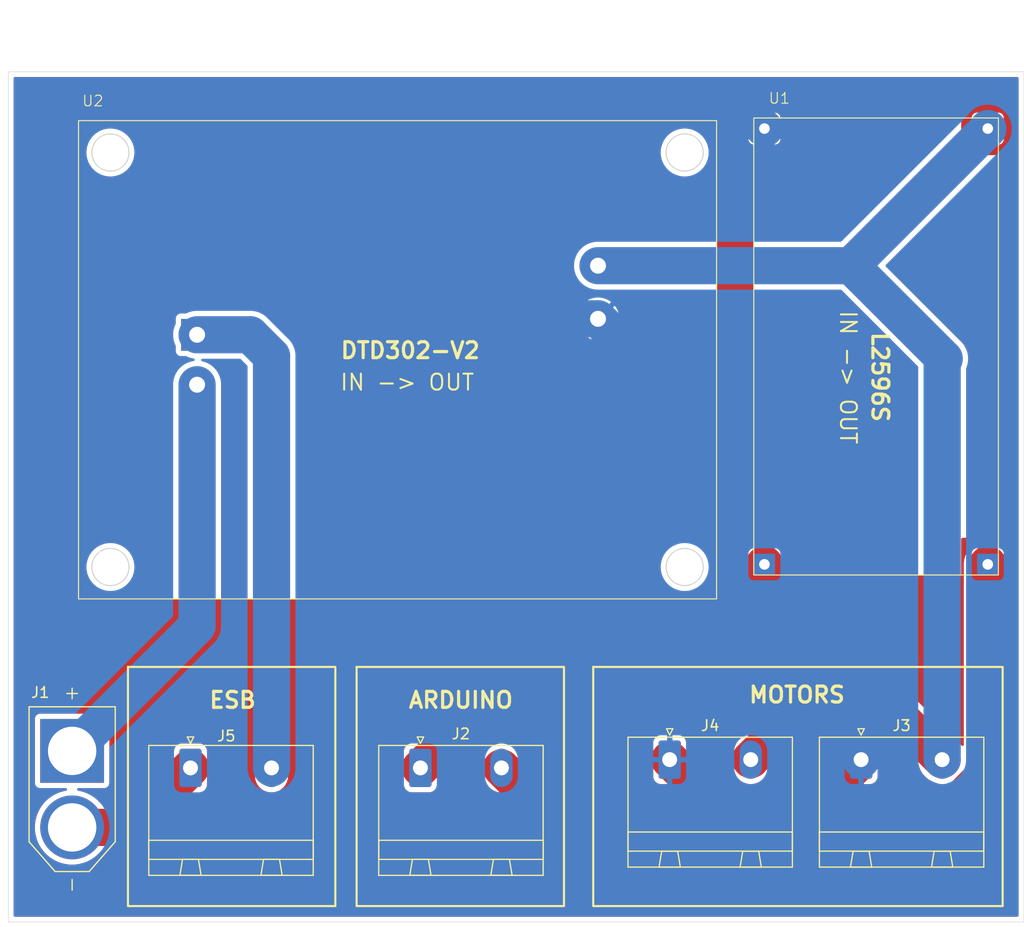
<source format=kicad_pcb>
(kicad_pcb (version 20240108) (generator "pcbnew") (generator_version "8.0")
  (layers (0 "F.Cu" signal) (31 "B.Cu" signal) (34 "B.Paste" user) (35 "F.Paste" user) (36 "B.SilkS" user "B.Silkscreen") (37 "F.SilkS" user "F.Silkscreen") (38 "B.Mask" user) (39 "F.Mask" user) (44 "Edge.Cuts" user))
  (net 0 "")
  (net 1 "GND")
  (net 2 "+12V")
  (net 3 "GND_LOG")
  (net 4 "+15V")
  (net 5 "GND_BAT")
  (net 6 "GND_BAT_CHK")
  (net 7 "+5V")
  (footprint "Connectors_Custom:AMASS_XT60-M" (layer "F.Cu") (at 153.5 125.5 -90)
    (property "Reference" "J1" (at -9.1 3 0) (layer "F.SilkS"))
    (property "Value" "XT60-M")
    (fp_line (start -7.75 4.05) (end -7.75 -4.05) (stroke (width 0.127)) (layer "F.SilkS"))
    (fp_line (start 4.95 4.05) (end -7.75 4.05) (stroke (width 0.127)) (layer "F.SilkS"))
    (fp_line (start 7.75 1.6) (end 4.95 4.05) (stroke (width 0.127)) (layer "F.SilkS"))
    (fp_line (start -9.5 0) (end -8.5 0) (stroke (width 0.127)) (layer "F.SilkS"))
    (fp_line (start 8.5 0) (end 9.5 0) (stroke (width 0.127)) (layer "F.SilkS"))
    (fp_line (start -9 -0.5) (end -9 0.5) (stroke (width 0.127)) (layer "F.SilkS"))
    (fp_line (start 7.75 -1.6) (end 7.75 1.6) (stroke (width 0.127)) (layer "F.SilkS"))
    (fp_line (start -7.75 -4.05) (end 4.95 -4.05) (stroke (width 0.127)) (layer "F.SilkS"))
    (fp_line (start 4.95 -4.05) (end 7.75 -1.6) (stroke (width 0.127)) (layer "F.SilkS"))
    (pad "N" thru_hole circle (at 3.6 0 270) (size 6 6) (drill 4.55) (layers "*.Cu" "*.Mask") (net 5 "GND_BAT"))
    (pad "P" thru_hole rect (at -3.6 0 270) (size 6 6) (drill 4.55) (layers "*.Cu" "*.Mask") (net 4 "+15V"))
  )
  (footprint "Connector_Phoenix_GMSTB:PhoenixContact_GMSTBA_2,5_2-G-7,62_1x02_P7.62mm_Horizontal" (layer "F.Cu") (at 186.25 123.5)
    (property "Reference" "J2" (at 3.81 -3.2 0) (layer "F.SilkS"))
    (property "Value" "ARD_Terminal")
    (fp_line (start -3.92 -2.11) (end -3.92 10.11) (stroke (width 0.12)) (layer "F.SilkS"))
    (fp_line (start -3.92 6.81) (end 11.54 6.81) (stroke (width 0.12)) (layer "F.SilkS"))
    (fp_line (start -3.92 8.61) (end -3.92 6.81) (stroke (width 0.12)) (layer "F.SilkS"))
    (fp_line (start -3.92 10.11) (end 11.54 10.11) (stroke (width 0.12)) (layer "F.SilkS"))
    (fp_line (start -1 10.11) (end 1 10.11) (stroke (width 0.12)) (layer "F.SilkS"))
    (fp_line (start -0.75 8.61) (end -1 10.11) (stroke (width 0.12)) (layer "F.SilkS"))
    (fp_line (start -0.3 -2.91) (end 0.3 -2.91) (stroke (width 0.12)) (layer "F.SilkS"))
    (fp_line (start 0 -2.31) (end -0.3 -2.91) (stroke (width 0.12)) (layer "F.SilkS"))
    (fp_line (start 0.3 -2.91) (end 0 -2.31) (stroke (width 0.12)) (layer "F.SilkS"))
    (fp_line (start 0.75 8.61) (end -0.75 8.61) (stroke (width 0.12)) (layer "F.SilkS"))
    (fp_line (start 1 10.11) (end 0.75 8.61) (stroke (width 0.12)) (layer "F.SilkS"))
    (fp_line (start 6.62 10.11) (end 8.62 10.11) (stroke (width 0.12)) (layer "F.SilkS"))
    (fp_line (start 6.87 8.61) (end 6.62 10.11) (stroke (width 0.12)) (layer "F.SilkS"))
    (fp_line (start 8.37 8.61) (end 6.87 8.61) (stroke (width 0.12)) (layer "F.SilkS"))
    (fp_line (start 8.62 10.11) (end 8.37 8.61) (stroke (width 0.12)) (layer "F.SilkS"))
    (fp_line (start 11.54 -2.11) (end -3.92 -2.11) (stroke (width 0.12)) (layer "F.SilkS"))
    (fp_line (start 11.54 6.81) (end 11.54 8.61) (stroke (width 0.12)) (layer "F.SilkS"))
    (fp_line (start 11.54 8.61) (end -3.92 8.61) (stroke (width 0.12)) (layer "F.SilkS"))
    (fp_line (start 11.54 10.11) (end 11.54 -2.11) (stroke (width 0.12)) (layer "F.SilkS"))
    (pad "1" thru_hole roundrect (at 0 0) (size 2.1 3.6) (drill 1.4) (layers "*.Cu" "*.Mask") (roundrect_rratio 0.119048) (net 3 "GND_LOG"))
    (pad "2" thru_hole oval (at 7.62 0) (size 2.1 3.6) (drill 1.4) (layers "*.Cu" "*.Mask") (net 7 "+5V"))
  )
  (footprint "Converters_DCDC_Custom:L2596S" (layer "F.Cu") (at 217.6 62.35 -90)
    (property "Reference" "U1" (at -1.85 -2.4 0) (layer "F.SilkS") (effects (font (thickness 0.1))))
    (property "Value" "L2596S" (hide yes))
    (fp_rect (start 0 -23) (end 43 0) (stroke (width 0.1)) (fill none) (layer "F.SilkS"))
    (fp_text user "IN -> OUT" (at 18 -8 -90) (layer "F.SilkS") (effects (font (size 1.5 1.5) (thickness 0.1875)) (justify left bottom)))
    (fp_text user "L2596S" (at 20 -11 -90) (layer "F.SilkS") (effects (font (size 1.5 1.5) (thickness 0.3) (bold yes)) (justify left bottom)))
    (pad "1" thru_hole rect (at 1 -22 270) (size 2 2) (drill 1) (layers "*.Cu" "*.Mask") (net 2 "+12V"))
    (pad "2" thru_hole rect (at 1 -1 270) (size 2 2) (drill 1) (layers "*.Cu" "*.Mask") (net 1 "GND"))
    (pad "3" thru_hole rect (at 42 -22 270) (size 2 2) (drill 1) (layers "*.Cu" "*.Mask") (net 7 "+5V"))
    (pad "4" thru_hole rect (at 42 -1 270) (size 2 2) (drill 1) (layers "*.Cu" "*.Mask") (net 3 "GND_LOG"))
    (zone (net 0) (net_name "") (layer "F.Cu") (connect_pads (clearance 0)) (min_thickness 0.25)
      (keepout (tracks not_allowed) (vias not_allowed) (pads not_allowed) (copperpour not_allowed) (footprints not_allowed))
      (fill (thermal_gap 0.5) (thermal_bridge_width 0.5))
      (polygon (pts (xy 237.1 65.85) (xy 240.6 65.85) (xy 240.6 101.85) (xy 237.1 101.85) (xy 237.1 105.35) (xy 221.1 105.35) (xy 221.1 101.85) (xy 217.6 101.85) (xy 217.6 65.85) (xy 221.1 65.85) (xy 221.1 62.35) (xy 237.1 62.35)))
    )
  )
  (footprint "Connector_Phoenix_GMSTB:PhoenixContact_GMSTBA_2,5_2-G-7,62_1x02_P7.62mm_Horizontal" (layer "F.Cu") (at 209.69 122.7225)
    (property "Reference" "J4" (at 3.81 -3.2 0) (layer "F.SilkS"))
    (property "Value" "MTR2_Terminal")
    (fp_line (start -3.92 -2.11) (end -3.92 10.11) (stroke (width 0.12)) (layer "F.SilkS"))
    (fp_line (start -3.92 6.81) (end 11.54 6.81) (stroke (width 0.12)) (layer "F.SilkS"))
    (fp_line (start -3.92 8.61) (end -3.92 6.81) (stroke (width 0.12)) (layer "F.SilkS"))
    (fp_line (start -3.92 10.11) (end 11.54 10.11) (stroke (width 0.12)) (layer "F.SilkS"))
    (fp_line (start -1 10.11) (end 1 10.11) (stroke (width 0.12)) (layer "F.SilkS"))
    (fp_line (start -0.75 8.61) (end -1 10.11) (stroke (width 0.12)) (layer "F.SilkS"))
    (fp_line (start -0.3 -2.91) (end 0.3 -2.91) (stroke (width 0.12)) (layer "F.SilkS"))
    (fp_line (start 0 -2.31) (end -0.3 -2.91) (stroke (width 0.12)) (layer "F.SilkS"))
    (fp_line (start 0.3 -2.91) (end 0 -2.31) (stroke (width 0.12)) (layer "F.SilkS"))
    (fp_line (start 0.75 8.61) (end -0.75 8.61) (stroke (width 0.12)) (layer "F.SilkS"))
    (fp_line (start 1 10.11) (end 0.75 8.61) (stroke (width 0.12)) (layer "F.SilkS"))
    (fp_line (start 6.62 10.11) (end 8.62 10.11) (stroke (width 0.12)) (layer "F.SilkS"))
    (fp_line (start 6.87 8.61) (end 6.62 10.11) (stroke (width 0.12)) (layer "F.SilkS"))
    (fp_line (start 8.37 8.61) (end 6.87 8.61) (stroke (width 0.12)) (layer "F.SilkS"))
    (fp_line (start 8.62 10.11) (end 8.37 8.61) (stroke (width 0.12)) (layer "F.SilkS"))
    (fp_line (start 11.54 -2.11) (end -3.92 -2.11) (stroke (width 0.12)) (layer "F.SilkS"))
    (fp_line (start 11.54 6.81) (end 11.54 8.61) (stroke (width 0.12)) (layer "F.SilkS"))
    (fp_line (start 11.54 8.61) (end -3.92 8.61) (stroke (width 0.12)) (layer "F.SilkS"))
    (fp_line (start 11.54 10.11) (end 11.54 -2.11) (stroke (width 0.12)) (layer "F.SilkS"))
    (pad "1" thru_hole roundrect (at 0 0) (size 2.1 3.6) (drill 1.4) (layers "*.Cu" "*.Mask") (roundrect_rratio 0.119048) (net 1 "GND"))
    (pad "2" thru_hole oval (at 7.62 0) (size 2.1 3.6) (drill 1.4) (layers "*.Cu" "*.Mask") (net 2 "+12V"))
  )
  (footprint "Connector_Phoenix_GMSTB:PhoenixContact_GMSTBA_2,5_2-G-7,62_1x02_P7.62mm_Horizontal" (layer "F.Cu") (at 164.63 123.5)
    (property "Reference" "J5" (at 3.37 -3 0) (layer "F.SilkS"))
    (property "Value" "ESB_Terminal")
    (fp_line (start -3.92 -2.11) (end -3.92 10.11) (stroke (width 0.12)) (layer "F.SilkS"))
    (fp_line (start -3.92 6.81) (end 11.54 6.81) (stroke (width 0.12)) (layer "F.SilkS"))
    (fp_line (start -3.92 8.61) (end -3.92 6.81) (stroke (width 0.12)) (layer "F.SilkS"))
    (fp_line (start -3.92 10.11) (end 11.54 10.11) (stroke (width 0.12)) (layer "F.SilkS"))
    (fp_line (start -1 10.11) (end 1 10.11) (stroke (width 0.12)) (layer "F.SilkS"))
    (fp_line (start -0.75 8.61) (end -1 10.11) (stroke (width 0.12)) (layer "F.SilkS"))
    (fp_line (start -0.3 -2.91) (end 0.3 -2.91) (stroke (width 0.12)) (layer "F.SilkS"))
    (fp_line (start 0 -2.31) (end -0.3 -2.91) (stroke (width 0.12)) (layer "F.SilkS"))
    (fp_line (start 0.3 -2.91) (end 0 -2.31) (stroke (width 0.12)) (layer "F.SilkS"))
    (fp_line (start 0.75 8.61) (end -0.75 8.61) (stroke (width 0.12)) (layer "F.SilkS"))
    (fp_line (start 1 10.11) (end 0.75 8.61) (stroke (width 0.12)) (layer "F.SilkS"))
    (fp_line (start 6.62 10.11) (end 8.62 10.11) (stroke (width 0.12)) (layer "F.SilkS"))
    (fp_line (start 6.87 8.61) (end 6.62 10.11) (stroke (width 0.12)) (layer "F.SilkS"))
    (fp_line (start 8.37 8.61) (end 6.87 8.61) (stroke (width 0.12)) (layer "F.SilkS"))
    (fp_line (start 8.62 10.11) (end 8.37 8.61) (stroke (width 0.12)) (layer "F.SilkS"))
    (fp_line (start 11.54 -2.11) (end -3.92 -2.11) (stroke (width 0.12)) (layer "F.SilkS"))
    (fp_line (start 11.54 6.81) (end 11.54 8.61) (stroke (width 0.12)) (layer "F.SilkS"))
    (fp_line (start 11.54 8.61) (end -3.92 8.61) (stroke (width 0.12)) (layer "F.SilkS"))
    (fp_line (start 11.54 10.11) (end 11.54 -2.11) (stroke (width 0.12)) (layer "F.SilkS"))
    (pad "1" thru_hole roundrect (at 0 0) (size 2.1 3.6) (drill 1.4) (layers "*.Cu" "*.Mask") (roundrect_rratio 0.119048) (net 5 "GND_BAT"))
    (pad "2" thru_hole oval (at 7.62 0) (size 2.1 3.6) (drill 1.4) (layers "*.Cu" "*.Mask") (net 6 "GND_BAT_CHK"))
  )
  (footprint "Connector_Phoenix_GMSTB:PhoenixContact_GMSTBA_2,5_2-G-7,62_1x02_P7.62mm_Horizontal" (layer "F.Cu") (at 227.69 122.7225)
    (property "Reference" "J3" (at 3.81 -3.2 0) (layer "F.SilkS"))
    (property "Value" "MTR1_Terminal")
    (fp_line (start -3.92 -2.11) (end -3.92 10.11) (stroke (width 0.12)) (layer "F.SilkS"))
    (fp_line (start -3.92 6.81) (end 11.54 6.81) (stroke (width 0.12)) (layer "F.SilkS"))
    (fp_line (start -3.92 8.61) (end -3.92 6.81) (stroke (width 0.12)) (layer "F.SilkS"))
    (fp_line (start -3.92 10.11) (end 11.54 10.11) (stroke (width 0.12)) (layer "F.SilkS"))
    (fp_line (start -1 10.11) (end 1 10.11) (stroke (width 0.12)) (layer "F.SilkS"))
    (fp_line (start -0.75 8.61) (end -1 10.11) (stroke (width 0.12)) (layer "F.SilkS"))
    (fp_line (start -0.3 -2.91) (end 0.3 -2.91) (stroke (width 0.12)) (layer "F.SilkS"))
    (fp_line (start 0 -2.31) (end -0.3 -2.91) (stroke (width 0.12)) (layer "F.SilkS"))
    (fp_line (start 0.3 -2.91) (end 0 -2.31) (stroke (width 0.12)) (layer "F.SilkS"))
    (fp_line (start 0.75 8.61) (end -0.75 8.61) (stroke (width 0.12)) (layer "F.SilkS"))
    (fp_line (start 1 10.11) (end 0.75 8.61) (stroke (width 0.12)) (layer "F.SilkS"))
    (fp_line (start 6.62 10.11) (end 8.62 10.11) (stroke (width 0.12)) (layer "F.SilkS"))
    (fp_line (start 6.87 8.61) (end 6.62 10.11) (stroke (width 0.12)) (layer "F.SilkS"))
    (fp_line (start 8.37 8.61) (end 6.87 8.61) (stroke (width 0.12)) (layer "F.SilkS"))
    (fp_line (start 8.62 10.11) (end 8.37 8.61) (stroke (width 0.12)) (layer "F.SilkS"))
    (fp_line (start 11.54 -2.11) (end -3.92 -2.11) (stroke (width 0.12)) (layer "F.SilkS"))
    (fp_line (start 11.54 6.81) (end 11.54 8.61) (stroke (width 0.12)) (layer "F.SilkS"))
    (fp_line (start 11.54 8.61) (end -3.92 8.61) (stroke (width 0.12)) (layer "F.SilkS"))
    (fp_line (start 11.54 10.11) (end 11.54 -2.11) (stroke (width 0.12)) (layer "F.SilkS"))
    (pad "1" thru_hole roundrect (at 0 0) (size 2.1 3.6) (drill 1.4) (layers "*.Cu" "*.Mask") (roundrect_rratio 0.119048) (net 1 "GND"))
    (pad "2" thru_hole oval (at 7.62 0) (size 2.1 3.6) (drill 1.4) (layers "*.Cu" "*.Mask") (net 2 "+12V"))
  )
  (footprint "Converters_DCDC_Custom:DTD302-V2" (layer "F.Cu") (at 154.1 62.6)
    (property "Reference" "U2" (at 1.35 -1.85 0) (layer "F.SilkS") (effects (font (thickness 0.1))))
    (property "Value" "DTD302-V2" (hide yes))
    (fp_rect (start 0 0) (end 60 45) (stroke (width 0.1)) (fill none) (layer "F.SilkS"))
    (fp_circle (center 3 3) (end 4.75 3) (stroke (width 0.1)) (fill none) (layer "Edge.Cuts"))
    (fp_circle (center 3 42) (end 4.75 42) (stroke (width 0.1)) (fill none) (layer "Edge.Cuts"))
    (fp_circle (center 57 3) (end 58.75 3) (stroke (width 0.1)) (fill none) (layer "Edge.Cuts"))
    (fp_circle (center 57 42) (end 58.75 42) (stroke (width 0.1)) (fill none) (layer "Edge.Cuts"))
    (fp_text user "IN -> OUT" (at 24.5 25.5 0) (layer "F.SilkS") (effects (font (size 1.5 1.5) (thickness 0.1875)) (justify left bottom)))
    (fp_text user "DTD302-V2" (at 24.5 22.5 0) (layer "F.SilkS") (effects (font (size 1.5 1.5) (thickness 0.3) (bold yes)) (justify left bottom)))
    (pad "1" thru_hole rect (at 11.15 20.15) (size 3 3) (drill 1.5) (layers "*.Cu" "*.Mask") (net 6 "GND_BAT_CHK"))
    (pad "2" thru_hole circle (at 11.15 24.85) (size 3 3) (drill 1.5) (layers "*.Cu" "*.Mask") (net 4 "+15V"))
    (pad "3" thru_hole circle (at 48.85 13.65) (size 3 3) (drill 1.5) (layers "*.Cu" "*.Mask") (net 2 "+12V"))
    (pad "4" thru_hole circle (at 48.85 18.65) (size 3 3) (drill 1.5) (layers "*.Cu" "*.Mask") (net 1 "GND"))
    (zone (net 0) (net_name "") (layer "F.Cu") (connect_pads (clearance 0)) (min_thickness 0.25)
      (keepout (tracks not_allowed) (vias not_allowed) (pads allowed) (copperpour not_allowed) (footprints allowed))
      (fill (thermal_gap 0.5) (thermal_bridge_width 0.5))
      (polygon (pts (xy 154.1 62.6) (xy 214.1 62.6) (xy 214.1 107.6) (xy 154.1 107.6)))
    )
  )
  (gr_rect (start 180.25 114) (end 199.75 136.5) (stroke (width 0.2)) (fill none) (layer "F.SilkS"))
  (gr_rect (start 202.5 114) (end 241 136.5) (stroke (width 0.2)) (fill none) (layer "F.SilkS"))
  (gr_rect (start 158.75 114) (end 178.25 136.5) (stroke (width 0.2)) (fill none) (layer "F.SilkS"))
  (gr_rect (start 147.5 58) (end 243 138) (stroke (width 0.05)) (fill none) (layer "Edge.Cuts"))
  (gr_text "ARDUINO" (at 185 118 0) (layer "F.SilkS") (effects (font (size 1.5 1.5) (thickness 0.3) (bold yes)) (justify left bottom)))
  (gr_text "ESB" (at 166.25 118 0) (layer "F.SilkS") (effects (font (size 1.5 1.5) (thickness 0.3) (bold yes)) (justify left bottom)))
  (gr_text "MOTORS" (at 217 117.5 0) (layer "F.SilkS") (effects (font (size 1.5 1.5) (thickness 0.3) (bold yes)) (justify left bottom)))
  (segment (start 215.5 128.5325) (end 209.69 122.7225) (width 3.5) (layer "F.Cu") (net 1))
  (segment (start 215.5 129) (end 215.5 128.5325) (width 3.5) (layer "F.Cu") (net 1))
  (segment (start 221.4125 129) (end 215.5 129) (width 3.5) (layer "F.Cu") (net 1))
  (segment (start 227.69 122.7225) (end 221.4125 129) (width 3.5) (layer "F.Cu") (net 1))
  (segment (start 196 73.5) (end 196 76.42132) (width 3.5) (layer "B.Cu") (net 1))
  (segment (start 216.836224 61.586224) (end 207.913776 61.586224) (width 3.5) (layer "B.Cu") (net 1))
  (segment (start 207.913776 61.586224) (end 196 73.5) (width 3.5) (layer "B.Cu") (net 1))
  (segment (start 200.82868 81.25) (end 202.95 81.25) (width 3.5) (layer "B.Cu") (net 1))
  (segment (start 202.95 81.25) (end 227.69 105.99) (width 3.5) (layer "B.Cu") (net 1))
  (segment (start 218.6 63.35) (end 216.836224 61.586224) (width 3.5) (layer "B.Cu") (net 1))
  (segment (start 196 76.42132) (end 200.82868 81.25) (width 3.5) (layer "B.Cu") (net 1))
  (segment (start 227.69 105.99) (end 227.69 122.7225) (width 3.5) (layer "B.Cu") (net 1))
  (segment (start 224.5 115.5) (end 228.0875 115.5) (width 3.5) (layer "F.Cu") (net 2))
  (segment (start 217.31 122.69) (end 224.5 115.5) (width 3.5) (layer "F.Cu") (net 2))
  (segment (start 217.31 122.7225) (end 217.31 122.69) (width 3.5) (layer "F.Cu") (net 2))
  (segment (start 228.0875 115.5) (end 235.31 122.7225) (width 3.5) (layer "F.Cu") (net 2))
  (segment (start 235.5 85) (end 235.31 85.19) (width 3.5) (layer "B.Cu") (net 2))
  (segment (start 239.6 63.35) (end 239.6 63.4) (width 3.5) (layer "B.Cu") (net 2))
  (segment (start 239.6 63.4) (end 226.75 76.25) (width 3.5) (layer "B.Cu") (net 2))
  (segment (start 202.95 76.25) (end 226.75 76.25) (width 3.5) (layer "B.Cu") (net 2))
  (segment (start 226.75 76.25) (end 235.5 85) (width 3.5) (layer "B.Cu") (net 2))
  (segment (start 235.31 85.19) (end 235.31 122.7225) (width 3.5) (layer "B.Cu") (net 2))
  (segment (start 218.6 104.35) (end 218.6 105.574874) (width 3.5) (layer "F.Cu") (net 3))
  (segment (start 193.75 116) (end 186.25 123.5) (width 3.5) (layer "F.Cu") (net 3))
  (segment (start 208.174874 116) (end 193.75 116) (width 3.5) (layer "F.Cu") (net 3))
  (segment (start 218.6 105.574874) (end 208.174874 116) (width 3.5) (layer "F.Cu") (net 3))
  (segment (start 165.25 110.15) (end 153.5 121.9) (width 3.5) (layer "B.Cu") (net 4))
  (segment (start 165.25 87.45) (end 165.25 110.15) (width 3.5) (layer "B.Cu") (net 4))
  (segment (start 153.5 129.1) (end 159.03 129.1) (width 3.5) (layer "F.Cu") (net 5))
  (segment (start 159.03 129.1) (end 164.63 123.5) (width 3.5) (layer "F.Cu") (net 5))
  (segment (start 172.25 84.75) (end 172.25 123.5) (width 3.5) (layer "B.Cu") (net 6))
  (segment (start 170.25 82.75) (end 172.25 84.75) (width 3.5) (layer "B.Cu") (net 6))
  (segment (start 165.25 82.75) (end 170.25 82.75) (width 3.5) (layer "B.Cu") (net 6))
  (segment (start 193.87 123.5) (end 204.37 134) (width 3.5) (layer "F.Cu") (net 7))
  (segment (start 204.37 134) (end 229.5 134) (width 3.5) (layer "F.Cu") (net 7))
  (segment (start 239.6 123.9) (end 239.6 104.35) (width 3.5) (layer "F.Cu") (net 7))
  (segment (start 229.5 134) (end 239.6 123.9) (width 3.5) (layer "F.Cu") (net 7))
  (zone (net 1) (net_name "GND") (layers "F&B.Cu") (connect_pads (clearance 0.5)) (min_thickness 0.25) (fill yes (thermal_gap 0.5) (thermal_bridge_width 0.5))
    (polygon (pts (xy 147.5 58) (xy 243 58) (xy 243 137.5) (xy 147.5 138.5)))
  )
)
</source>
